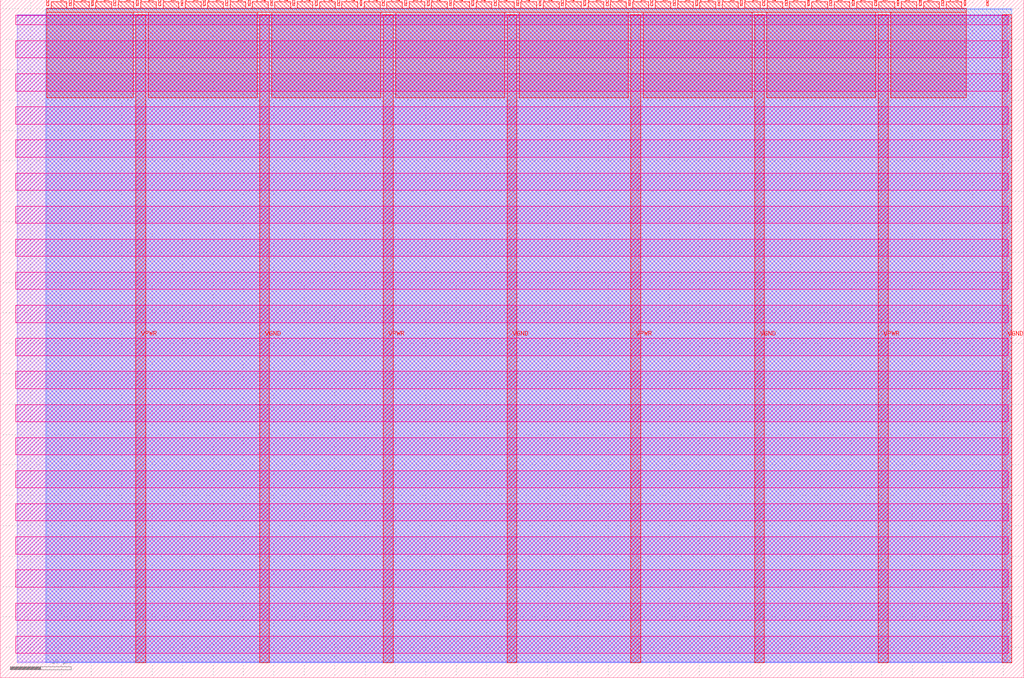
<source format=lef>
VERSION 5.7 ;
  NOWIREEXTENSIONATPIN ON ;
  DIVIDERCHAR "/" ;
  BUSBITCHARS "[]" ;
MACRO tt_um_mjbella_led_matrix_driver
  CLASS BLOCK ;
  FOREIGN tt_um_mjbella_led_matrix_driver ;
  ORIGIN 0.000 0.000 ;
  SIZE 168.360 BY 111.520 ;
  PIN VGND
    DIRECTION INOUT ;
    USE GROUND ;
    PORT
      LAYER met4 ;
        RECT 42.670 2.480 44.270 109.040 ;
    END
    PORT
      LAYER met4 ;
        RECT 83.380 2.480 84.980 109.040 ;
    END
    PORT
      LAYER met4 ;
        RECT 124.090 2.480 125.690 109.040 ;
    END
    PORT
      LAYER met4 ;
        RECT 164.800 2.480 166.400 109.040 ;
    END
  END VGND
  PIN VPWR
    DIRECTION INOUT ;
    USE POWER ;
    PORT
      LAYER met4 ;
        RECT 22.315 2.480 23.915 109.040 ;
    END
    PORT
      LAYER met4 ;
        RECT 63.025 2.480 64.625 109.040 ;
    END
    PORT
      LAYER met4 ;
        RECT 103.735 2.480 105.335 109.040 ;
    END
    PORT
      LAYER met4 ;
        RECT 144.445 2.480 146.045 109.040 ;
    END
  END VPWR
  PIN clk
    DIRECTION INPUT ;
    USE SIGNAL ;
    ANTENNAGATEAREA 0.852000 ;
    PORT
      LAYER met4 ;
        RECT 158.550 110.520 158.850 111.520 ;
    END
  END clk
  PIN ena
    DIRECTION INPUT ;
    USE SIGNAL ;
    PORT
      LAYER met4 ;
        RECT 162.230 110.520 162.530 111.520 ;
    END
  END ena
  PIN rst_n
    DIRECTION INPUT ;
    USE SIGNAL ;
    PORT
      LAYER met4 ;
        RECT 154.870 110.520 155.170 111.520 ;
    END
  END rst_n
  PIN ui_in[0]
    DIRECTION INPUT ;
    USE SIGNAL ;
    ANTENNAGATEAREA 0.196500 ;
    PORT
      LAYER met4 ;
        RECT 151.190 110.520 151.490 111.520 ;
    END
  END ui_in[0]
  PIN ui_in[1]
    DIRECTION INPUT ;
    USE SIGNAL ;
    ANTENNAGATEAREA 0.196500 ;
    PORT
      LAYER met4 ;
        RECT 147.510 110.520 147.810 111.520 ;
    END
  END ui_in[1]
  PIN ui_in[2]
    DIRECTION INPUT ;
    USE SIGNAL ;
    ANTENNAGATEAREA 0.196500 ;
    PORT
      LAYER met4 ;
        RECT 143.830 110.520 144.130 111.520 ;
    END
  END ui_in[2]
  PIN ui_in[3]
    DIRECTION INPUT ;
    USE SIGNAL ;
    PORT
      LAYER met4 ;
        RECT 140.150 110.520 140.450 111.520 ;
    END
  END ui_in[3]
  PIN ui_in[4]
    DIRECTION INPUT ;
    USE SIGNAL ;
    PORT
      LAYER met4 ;
        RECT 136.470 110.520 136.770 111.520 ;
    END
  END ui_in[4]
  PIN ui_in[5]
    DIRECTION INPUT ;
    USE SIGNAL ;
    PORT
      LAYER met4 ;
        RECT 132.790 110.520 133.090 111.520 ;
    END
  END ui_in[5]
  PIN ui_in[6]
    DIRECTION INPUT ;
    USE SIGNAL ;
    PORT
      LAYER met4 ;
        RECT 129.110 110.520 129.410 111.520 ;
    END
  END ui_in[6]
  PIN ui_in[7]
    DIRECTION INPUT ;
    USE SIGNAL ;
    PORT
      LAYER met4 ;
        RECT 125.430 110.520 125.730 111.520 ;
    END
  END ui_in[7]
  PIN uio_in[0]
    DIRECTION INPUT ;
    USE SIGNAL ;
    PORT
      LAYER met4 ;
        RECT 121.750 110.520 122.050 111.520 ;
    END
  END uio_in[0]
  PIN uio_in[1]
    DIRECTION INPUT ;
    USE SIGNAL ;
    PORT
      LAYER met4 ;
        RECT 118.070 110.520 118.370 111.520 ;
    END
  END uio_in[1]
  PIN uio_in[2]
    DIRECTION INPUT ;
    USE SIGNAL ;
    PORT
      LAYER met4 ;
        RECT 114.390 110.520 114.690 111.520 ;
    END
  END uio_in[2]
  PIN uio_in[3]
    DIRECTION INPUT ;
    USE SIGNAL ;
    PORT
      LAYER met4 ;
        RECT 110.710 110.520 111.010 111.520 ;
    END
  END uio_in[3]
  PIN uio_in[4]
    DIRECTION INPUT ;
    USE SIGNAL ;
    PORT
      LAYER met4 ;
        RECT 107.030 110.520 107.330 111.520 ;
    END
  END uio_in[4]
  PIN uio_in[5]
    DIRECTION INPUT ;
    USE SIGNAL ;
    PORT
      LAYER met4 ;
        RECT 103.350 110.520 103.650 111.520 ;
    END
  END uio_in[5]
  PIN uio_in[6]
    DIRECTION INPUT ;
    USE SIGNAL ;
    PORT
      LAYER met4 ;
        RECT 99.670 110.520 99.970 111.520 ;
    END
  END uio_in[6]
  PIN uio_in[7]
    DIRECTION INPUT ;
    USE SIGNAL ;
    PORT
      LAYER met4 ;
        RECT 95.990 110.520 96.290 111.520 ;
    END
  END uio_in[7]
  PIN uio_oe[0]
    DIRECTION OUTPUT TRISTATE ;
    USE SIGNAL ;
    PORT
      LAYER met4 ;
        RECT 33.430 110.520 33.730 111.520 ;
    END
  END uio_oe[0]
  PIN uio_oe[1]
    DIRECTION OUTPUT TRISTATE ;
    USE SIGNAL ;
    PORT
      LAYER met4 ;
        RECT 29.750 110.520 30.050 111.520 ;
    END
  END uio_oe[1]
  PIN uio_oe[2]
    DIRECTION OUTPUT TRISTATE ;
    USE SIGNAL ;
    PORT
      LAYER met4 ;
        RECT 26.070 110.520 26.370 111.520 ;
    END
  END uio_oe[2]
  PIN uio_oe[3]
    DIRECTION OUTPUT TRISTATE ;
    USE SIGNAL ;
    PORT
      LAYER met4 ;
        RECT 22.390 110.520 22.690 111.520 ;
    END
  END uio_oe[3]
  PIN uio_oe[4]
    DIRECTION OUTPUT TRISTATE ;
    USE SIGNAL ;
    PORT
      LAYER met4 ;
        RECT 18.710 110.520 19.010 111.520 ;
    END
  END uio_oe[4]
  PIN uio_oe[5]
    DIRECTION OUTPUT TRISTATE ;
    USE SIGNAL ;
    PORT
      LAYER met4 ;
        RECT 15.030 110.520 15.330 111.520 ;
    END
  END uio_oe[5]
  PIN uio_oe[6]
    DIRECTION OUTPUT TRISTATE ;
    USE SIGNAL ;
    PORT
      LAYER met4 ;
        RECT 11.350 110.520 11.650 111.520 ;
    END
  END uio_oe[6]
  PIN uio_oe[7]
    DIRECTION OUTPUT TRISTATE ;
    USE SIGNAL ;
    PORT
      LAYER met4 ;
        RECT 7.670 110.520 7.970 111.520 ;
    END
  END uio_oe[7]
  PIN uio_out[0]
    DIRECTION OUTPUT TRISTATE ;
    USE SIGNAL ;
    ANTENNADIFFAREA 0.795200 ;
    PORT
      LAYER met4 ;
        RECT 62.870 110.520 63.170 111.520 ;
    END
  END uio_out[0]
  PIN uio_out[1]
    DIRECTION OUTPUT TRISTATE ;
    USE SIGNAL ;
    ANTENNADIFFAREA 0.445500 ;
    PORT
      LAYER met4 ;
        RECT 59.190 110.520 59.490 111.520 ;
    END
  END uio_out[1]
  PIN uio_out[2]
    DIRECTION OUTPUT TRISTATE ;
    USE SIGNAL ;
    ANTENNADIFFAREA 0.445500 ;
    PORT
      LAYER met4 ;
        RECT 55.510 110.520 55.810 111.520 ;
    END
  END uio_out[2]
  PIN uio_out[3]
    DIRECTION OUTPUT TRISTATE ;
    USE SIGNAL ;
    ANTENNADIFFAREA 0.445500 ;
    PORT
      LAYER met4 ;
        RECT 51.830 110.520 52.130 111.520 ;
    END
  END uio_out[3]
  PIN uio_out[4]
    DIRECTION OUTPUT TRISTATE ;
    USE SIGNAL ;
    ANTENNADIFFAREA 0.795200 ;
    PORT
      LAYER met4 ;
        RECT 48.150 110.520 48.450 111.520 ;
    END
  END uio_out[4]
  PIN uio_out[5]
    DIRECTION OUTPUT TRISTATE ;
    USE SIGNAL ;
    ANTENNADIFFAREA 0.445500 ;
    PORT
      LAYER met4 ;
        RECT 44.470 110.520 44.770 111.520 ;
    END
  END uio_out[5]
  PIN uio_out[6]
    DIRECTION OUTPUT TRISTATE ;
    USE SIGNAL ;
    ANTENNADIFFAREA 0.445500 ;
    PORT
      LAYER met4 ;
        RECT 40.790 110.520 41.090 111.520 ;
    END
  END uio_out[6]
  PIN uio_out[7]
    DIRECTION OUTPUT TRISTATE ;
    USE SIGNAL ;
    ANTENNADIFFAREA 0.445500 ;
    PORT
      LAYER met4 ;
        RECT 37.110 110.520 37.410 111.520 ;
    END
  END uio_out[7]
  PIN uo_out[0]
    DIRECTION OUTPUT TRISTATE ;
    USE SIGNAL ;
    ANTENNADIFFAREA 0.891000 ;
    PORT
      LAYER met4 ;
        RECT 92.310 110.520 92.610 111.520 ;
    END
  END uo_out[0]
  PIN uo_out[1]
    DIRECTION OUTPUT TRISTATE ;
    USE SIGNAL ;
    ANTENNADIFFAREA 0.891000 ;
    PORT
      LAYER met4 ;
        RECT 88.630 110.520 88.930 111.520 ;
    END
  END uo_out[1]
  PIN uo_out[2]
    DIRECTION OUTPUT TRISTATE ;
    USE SIGNAL ;
    ANTENNADIFFAREA 0.891000 ;
    PORT
      LAYER met4 ;
        RECT 84.950 110.520 85.250 111.520 ;
    END
  END uo_out[2]
  PIN uo_out[3]
    DIRECTION OUTPUT TRISTATE ;
    USE SIGNAL ;
    ANTENNADIFFAREA 0.891000 ;
    PORT
      LAYER met4 ;
        RECT 81.270 110.520 81.570 111.520 ;
    END
  END uo_out[3]
  PIN uo_out[4]
    DIRECTION OUTPUT TRISTATE ;
    USE SIGNAL ;
    ANTENNADIFFAREA 0.891000 ;
    PORT
      LAYER met4 ;
        RECT 77.590 110.520 77.890 111.520 ;
    END
  END uo_out[4]
  PIN uo_out[5]
    DIRECTION OUTPUT TRISTATE ;
    USE SIGNAL ;
    ANTENNADIFFAREA 0.891000 ;
    PORT
      LAYER met4 ;
        RECT 73.910 110.520 74.210 111.520 ;
    END
  END uo_out[5]
  PIN uo_out[6]
    DIRECTION OUTPUT TRISTATE ;
    USE SIGNAL ;
    ANTENNADIFFAREA 0.891000 ;
    PORT
      LAYER met4 ;
        RECT 70.230 110.520 70.530 111.520 ;
    END
  END uo_out[6]
  PIN uo_out[7]
    DIRECTION OUTPUT TRISTATE ;
    USE SIGNAL ;
    ANTENNADIFFAREA 0.891000 ;
    PORT
      LAYER met4 ;
        RECT 66.550 110.520 66.850 111.520 ;
    END
  END uo_out[7]
  OBS
      LAYER nwell ;
        RECT 2.570 107.385 165.790 108.990 ;
        RECT 2.570 101.945 165.790 104.775 ;
        RECT 2.570 96.505 165.790 99.335 ;
        RECT 2.570 91.065 165.790 93.895 ;
        RECT 2.570 85.625 165.790 88.455 ;
        RECT 2.570 80.185 165.790 83.015 ;
        RECT 2.570 74.745 165.790 77.575 ;
        RECT 2.570 69.305 165.790 72.135 ;
        RECT 2.570 63.865 165.790 66.695 ;
        RECT 2.570 58.425 165.790 61.255 ;
        RECT 2.570 52.985 165.790 55.815 ;
        RECT 2.570 47.545 165.790 50.375 ;
        RECT 2.570 42.105 165.790 44.935 ;
        RECT 2.570 36.665 165.790 39.495 ;
        RECT 2.570 31.225 165.790 34.055 ;
        RECT 2.570 25.785 165.790 28.615 ;
        RECT 2.570 20.345 165.790 23.175 ;
        RECT 2.570 14.905 165.790 17.735 ;
        RECT 2.570 9.465 165.790 12.295 ;
        RECT 2.570 4.025 165.790 6.855 ;
      LAYER li1 ;
        RECT 2.760 2.635 165.600 108.885 ;
      LAYER met1 ;
        RECT 2.760 2.480 166.400 109.040 ;
      LAYER met2 ;
        RECT 7.460 2.535 166.370 110.005 ;
      LAYER met3 ;
        RECT 7.630 2.555 166.390 109.985 ;
      LAYER met4 ;
        RECT 8.370 110.120 10.950 111.170 ;
        RECT 12.050 110.120 14.630 111.170 ;
        RECT 15.730 110.120 18.310 111.170 ;
        RECT 19.410 110.120 21.990 111.170 ;
        RECT 23.090 110.120 25.670 111.170 ;
        RECT 26.770 110.120 29.350 111.170 ;
        RECT 30.450 110.120 33.030 111.170 ;
        RECT 34.130 110.120 36.710 111.170 ;
        RECT 37.810 110.120 40.390 111.170 ;
        RECT 41.490 110.120 44.070 111.170 ;
        RECT 45.170 110.120 47.750 111.170 ;
        RECT 48.850 110.120 51.430 111.170 ;
        RECT 52.530 110.120 55.110 111.170 ;
        RECT 56.210 110.120 58.790 111.170 ;
        RECT 59.890 110.120 62.470 111.170 ;
        RECT 63.570 110.120 66.150 111.170 ;
        RECT 67.250 110.120 69.830 111.170 ;
        RECT 70.930 110.120 73.510 111.170 ;
        RECT 74.610 110.120 77.190 111.170 ;
        RECT 78.290 110.120 80.870 111.170 ;
        RECT 81.970 110.120 84.550 111.170 ;
        RECT 85.650 110.120 88.230 111.170 ;
        RECT 89.330 110.120 91.910 111.170 ;
        RECT 93.010 110.120 95.590 111.170 ;
        RECT 96.690 110.120 99.270 111.170 ;
        RECT 100.370 110.120 102.950 111.170 ;
        RECT 104.050 110.120 106.630 111.170 ;
        RECT 107.730 110.120 110.310 111.170 ;
        RECT 111.410 110.120 113.990 111.170 ;
        RECT 115.090 110.120 117.670 111.170 ;
        RECT 118.770 110.120 121.350 111.170 ;
        RECT 122.450 110.120 125.030 111.170 ;
        RECT 126.130 110.120 128.710 111.170 ;
        RECT 129.810 110.120 132.390 111.170 ;
        RECT 133.490 110.120 136.070 111.170 ;
        RECT 137.170 110.120 139.750 111.170 ;
        RECT 140.850 110.120 143.430 111.170 ;
        RECT 144.530 110.120 147.110 111.170 ;
        RECT 148.210 110.120 150.790 111.170 ;
        RECT 151.890 110.120 154.470 111.170 ;
        RECT 155.570 110.120 158.150 111.170 ;
        RECT 7.655 109.440 158.865 110.120 ;
        RECT 7.655 95.375 21.915 109.440 ;
        RECT 24.315 95.375 42.270 109.440 ;
        RECT 44.670 95.375 62.625 109.440 ;
        RECT 65.025 95.375 82.980 109.440 ;
        RECT 85.380 95.375 103.335 109.440 ;
        RECT 105.735 95.375 123.690 109.440 ;
        RECT 126.090 95.375 144.045 109.440 ;
        RECT 146.445 95.375 158.865 109.440 ;
  END
END tt_um_mjbella_led_matrix_driver
END LIBRARY


</source>
